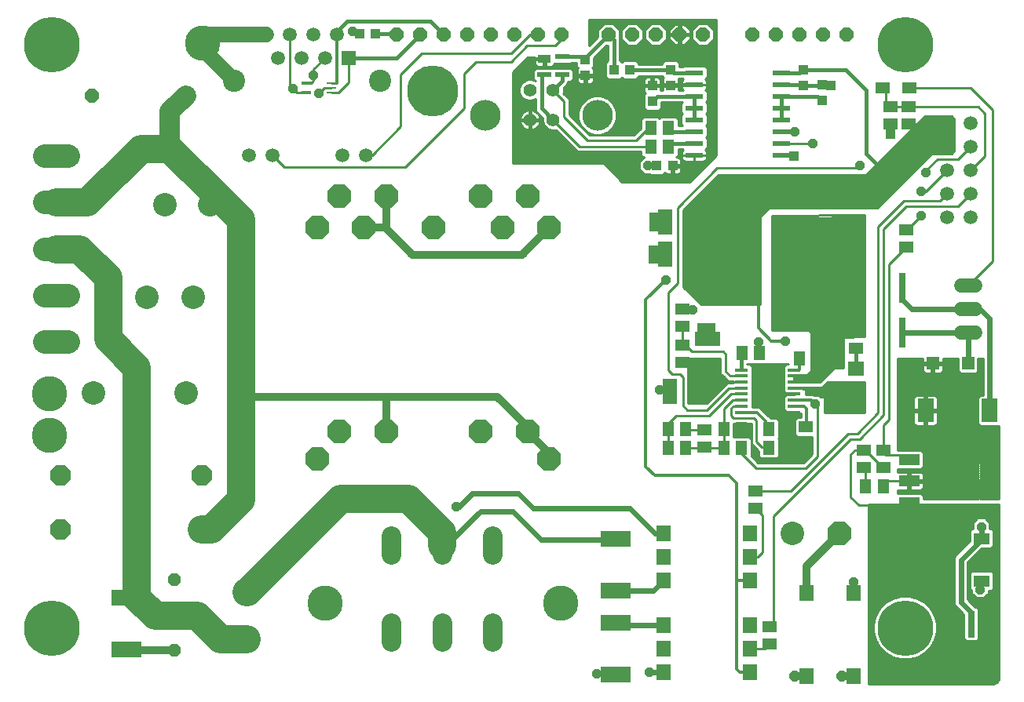
<source format=gtl>
G75*
G70*
%OFA0B0*%
%FSLAX24Y24*%
%IPPOS*%
%LPD*%
%AMOC8*
5,1,8,0,0,1.08239X$1,22.5*
%
%ADD10C,0.1000*%
%ADD11OC8,0.1000*%
%ADD12R,0.0591X0.0669*%
%ADD13R,0.0512X0.0591*%
%ADD14R,0.0591X0.0512*%
%ADD15R,0.0551X0.0551*%
%ADD16R,0.0560X0.0140*%
%ADD17R,0.1180X0.1180*%
%ADD18R,0.1063X0.0630*%
%ADD19R,0.1969X0.2165*%
%ADD20R,0.0630X0.1063*%
%ADD21C,0.1000*%
%ADD22OC8,0.0885*%
%ADD23R,0.0710X0.0630*%
%ADD24C,0.0825*%
%ADD25R,0.1260X0.0709*%
%ADD26OC8,0.0560*%
%ADD27OC8,0.0760*%
%ADD28C,0.1502*%
%ADD29R,0.0598X0.0701*%
%ADD30R,0.0709X0.0984*%
%ADD31C,0.0594*%
%ADD32C,0.0594*%
%ADD33R,0.0880X0.0480*%
%ADD34R,0.0866X0.1417*%
%ADD35C,0.0560*%
%ADD36C,0.1306*%
%ADD37OC8,0.0594*%
%ADD38R,0.0594X0.0594*%
%ADD39C,0.0945*%
%ADD40R,0.0394X0.0433*%
%ADD41R,0.0300X0.1280*%
%ADD42R,0.0440X0.0100*%
%ADD43R,0.0440X0.0120*%
%ADD44R,0.0520X0.0370*%
%ADD45R,0.0620X0.0220*%
%ADD46OC8,0.0600*%
%ADD47R,0.2244X0.2165*%
%ADD48R,0.0669X0.0512*%
%ADD49R,0.0780X0.0220*%
%ADD50R,0.0591X0.0472*%
%ADD51R,0.0300X0.1130*%
%ADD52OC8,0.0396*%
%ADD53R,0.0396X0.0396*%
%ADD54C,0.0120*%
%ADD55C,0.0100*%
%ADD56C,0.0160*%
%ADD57C,0.0320*%
%ADD58C,0.0140*%
%ADD59C,0.2362*%
%ADD60C,0.1500*%
%ADD61C,0.0660*%
%ADD62C,0.0240*%
%ADD63OC8,0.0436*%
%ADD64C,0.2165*%
%ADD65C,0.1200*%
%ADD66C,0.0860*%
D10*
X009384Y017787D03*
X013321Y017787D03*
X013622Y021853D03*
X011672Y021853D03*
X012420Y025790D03*
X014370Y025790D03*
X039047Y011812D03*
D11*
X041047Y011812D03*
X028742Y014976D03*
X027821Y016147D03*
X025821Y016147D03*
X021821Y016147D03*
X019821Y016147D03*
X018900Y014976D03*
X018900Y024818D03*
X019821Y026147D03*
X020868Y024818D03*
X021821Y026147D03*
X023821Y024818D03*
X025821Y026147D03*
X026774Y024818D03*
X027821Y026147D03*
X028742Y024818D03*
D12*
X039667Y009294D03*
X041675Y009294D03*
X041675Y005750D03*
X039667Y005750D03*
D13*
X042172Y013822D03*
X042920Y013822D03*
X038820Y015472D03*
X038072Y015472D03*
X038072Y016247D03*
X038820Y016247D03*
X036895Y016247D03*
X036147Y016247D03*
X036147Y015472D03*
X036895Y015472D03*
X034545Y015472D03*
X033797Y015472D03*
X033797Y016247D03*
X034545Y016247D03*
X036922Y019497D03*
X037670Y019497D03*
X039347Y019272D03*
X040095Y019272D03*
X033795Y028272D03*
X033047Y028272D03*
X033047Y029047D03*
X033795Y029047D03*
D14*
X043221Y029223D03*
X043996Y029223D03*
X043996Y029971D03*
X043221Y029971D03*
X043896Y024721D03*
X043896Y023973D03*
X041771Y020446D03*
X041771Y019698D03*
X039621Y016346D03*
X039621Y015598D03*
X042096Y015371D03*
X042096Y014623D03*
X042921Y014623D03*
X042921Y015371D03*
X037496Y013621D03*
X037496Y012873D03*
X035346Y015483D03*
X035346Y016231D03*
X034396Y019073D03*
X034396Y019821D03*
X034396Y020623D03*
X034396Y021371D03*
X038096Y007871D03*
X038096Y007123D03*
D15*
X040896Y017824D03*
X040896Y019320D03*
X045023Y019047D03*
X046519Y019047D03*
D16*
X039141Y018772D03*
X039141Y018512D03*
X039141Y018252D03*
X039141Y018002D03*
X039141Y017742D03*
X039141Y017492D03*
X039141Y017232D03*
X039141Y016972D03*
X036901Y016972D03*
X036901Y017232D03*
X036901Y017492D03*
X036901Y017742D03*
X036901Y018002D03*
X036901Y018252D03*
X036901Y018512D03*
X036901Y018772D03*
D17*
X038021Y017872D03*
D18*
X035471Y018971D03*
X035471Y020073D03*
D19*
X036773Y022597D03*
X040119Y022597D03*
D20*
X034772Y023697D03*
X033670Y023697D03*
X033670Y025072D03*
X034772Y025072D03*
X034972Y017847D03*
X033870Y017847D03*
D21*
X014684Y026134D02*
X014345Y025796D01*
X014370Y025790D01*
X008328Y025874D02*
X007328Y025874D01*
X007328Y023906D02*
X008328Y023906D01*
X008328Y021937D02*
X007328Y021937D01*
X007328Y019969D02*
X008328Y019969D01*
X008328Y027843D02*
X007328Y027843D01*
D22*
X008006Y014292D03*
X008006Y011986D03*
X014006Y011986D03*
X014006Y014292D03*
D23*
X041771Y017712D03*
X041771Y018832D03*
D24*
X026346Y011734D02*
X026346Y010909D01*
X024196Y010909D02*
X024196Y011734D01*
X022046Y011734D02*
X022046Y010909D01*
X022046Y008034D02*
X022046Y007209D01*
X024196Y007209D02*
X024196Y008034D01*
X026346Y008034D02*
X026346Y007209D01*
D25*
X031571Y008024D03*
X031571Y009394D03*
X031571Y011599D03*
X031571Y005819D03*
X010796Y006894D03*
X010796Y009099D03*
D26*
X012821Y009847D03*
X012821Y006847D03*
D27*
X015896Y007322D03*
X015896Y009322D03*
D28*
X019221Y008847D03*
X029221Y008847D03*
D29*
X033592Y007922D03*
X033592Y006922D03*
X033592Y005922D03*
X037250Y005922D03*
X037250Y006922D03*
X037250Y007922D03*
X037250Y009822D03*
X037250Y010822D03*
X037250Y011822D03*
X033592Y011822D03*
X033592Y010822D03*
X033592Y009822D03*
D30*
X044713Y017047D03*
X047429Y017047D03*
D31*
X046818Y020347D02*
X046224Y020347D01*
X046224Y021347D02*
X046818Y021347D01*
X046818Y022347D02*
X046224Y022347D01*
D32*
X046640Y025259D03*
X045640Y025259D03*
X045640Y026259D03*
X046640Y026259D03*
X046640Y027259D03*
X045640Y027259D03*
X045640Y028259D03*
X046640Y028259D03*
X046640Y029259D03*
X045640Y029259D03*
X020966Y027903D03*
X019966Y027903D03*
X016986Y027903D03*
X015986Y027903D03*
X017226Y032021D03*
X018226Y032021D03*
X019226Y032021D03*
X019726Y033021D03*
X018726Y033021D03*
X017726Y033021D03*
X016726Y033021D03*
D33*
X044026Y014957D03*
X044026Y014047D03*
X044026Y013137D03*
D34*
X046466Y014047D03*
D35*
X028904Y029398D03*
X027920Y029398D03*
X027920Y030658D03*
X028904Y030658D03*
D36*
X030782Y029595D03*
X026042Y029595D03*
D37*
X026271Y033022D03*
X025271Y033022D03*
X024271Y033022D03*
X023271Y033022D03*
X022271Y033022D03*
X027271Y033022D03*
X028271Y033022D03*
X029271Y033022D03*
X031271Y033022D03*
X032271Y033022D03*
X033271Y033022D03*
X034271Y033022D03*
X035271Y033022D03*
X037371Y033022D03*
X038371Y033022D03*
X039371Y033022D03*
X040371Y033022D03*
X041371Y033022D03*
D38*
X020226Y032021D03*
D39*
X021576Y031052D03*
X015375Y031052D03*
D40*
X020686Y033072D03*
X021356Y033072D03*
X030271Y031956D03*
X030271Y031287D03*
X031486Y031522D03*
X032156Y031522D03*
X033121Y030856D03*
X033896Y030862D03*
X033896Y031531D03*
X033121Y030187D03*
X033311Y027447D03*
X033981Y027447D03*
X039546Y030862D03*
X039546Y031531D03*
X040321Y030881D03*
X040321Y030212D03*
D41*
X043721Y022247D03*
X043721Y020347D03*
D42*
X019511Y030547D03*
X019511Y030747D03*
X019511Y030947D03*
D43*
X018431Y030947D03*
X018431Y030547D03*
D44*
X028546Y031997D03*
D45*
X028546Y031317D03*
X029296Y031317D03*
X029296Y032077D03*
D46*
X013321Y030422D03*
X009321Y030422D03*
D47*
X044572Y010697D03*
D48*
X047108Y011596D03*
X047108Y009797D03*
D49*
X038596Y027897D03*
X038596Y028397D03*
X038596Y028897D03*
X038596Y029397D03*
X038596Y029897D03*
X038596Y030397D03*
X038596Y030897D03*
X038596Y031397D03*
X034896Y031397D03*
X034896Y030897D03*
X034896Y030397D03*
X034896Y029897D03*
X034896Y029397D03*
X034896Y028897D03*
X034896Y028397D03*
X034896Y027897D03*
D50*
X042900Y030747D03*
X044042Y030747D03*
D51*
X046671Y007952D03*
X046671Y006392D03*
D52*
X047046Y009422D03*
X047096Y012097D03*
X041671Y009747D03*
X032996Y005922D03*
X030771Y005872D03*
X024796Y012972D03*
X033446Y017922D03*
X037621Y019972D03*
X038771Y019997D03*
X040046Y017322D03*
X034846Y021322D03*
X034596Y022597D03*
X033696Y022597D03*
X032921Y027447D03*
X039171Y028897D03*
X039921Y028397D03*
X041946Y027447D03*
X044546Y026347D03*
X044746Y027147D03*
X044546Y025322D03*
X020396Y033172D03*
X018746Y031297D03*
X017871Y030722D03*
X018971Y030522D03*
D53*
X033196Y025247D03*
X033196Y024872D03*
X033171Y023872D03*
X033171Y023497D03*
X035221Y020572D03*
X035596Y020572D03*
X037551Y018472D03*
X038021Y018472D03*
X038491Y018472D03*
X038491Y017947D03*
X038016Y017947D03*
X037541Y017947D03*
X037546Y017422D03*
X038016Y017422D03*
X038491Y017422D03*
X041546Y021047D03*
X041546Y021647D03*
X041546Y022247D03*
X041546Y022847D03*
X041546Y023447D03*
X041546Y024047D03*
X041546Y024647D03*
X039121Y027872D03*
X040696Y030872D03*
X043221Y028797D03*
X043271Y011922D03*
X042871Y011922D03*
X042871Y011522D03*
X043271Y011522D03*
X043271Y011122D03*
X042871Y011122D03*
X042871Y010722D03*
X043271Y010722D03*
X043271Y010322D03*
X042871Y010322D03*
X042871Y009922D03*
X043271Y009922D03*
D54*
X043359Y009076D02*
X042321Y009076D01*
X042321Y009194D02*
X045921Y009194D01*
X045921Y009076D02*
X044374Y009076D01*
X044392Y009071D02*
X044046Y009164D01*
X043687Y009164D01*
X043341Y009071D01*
X043031Y008892D01*
X042777Y008638D01*
X042598Y008328D01*
X042505Y007982D01*
X042505Y007624D01*
X042598Y007277D01*
X042777Y006967D01*
X043031Y006714D01*
X043341Y006534D01*
X043687Y006442D01*
X044046Y006442D01*
X044392Y006534D01*
X044702Y006714D01*
X044956Y006967D01*
X045135Y007277D01*
X045228Y007624D01*
X045228Y007982D01*
X045135Y008328D01*
X044956Y008638D01*
X044702Y008892D01*
X044392Y009071D01*
X044589Y008957D02*
X045921Y008957D01*
X045921Y008839D02*
X044755Y008839D01*
X044874Y008720D02*
X045973Y008720D01*
X045967Y008727D02*
X046051Y008643D01*
X046341Y008353D01*
X046341Y007312D01*
X046447Y007207D01*
X046896Y007207D01*
X047001Y007312D01*
X047001Y008591D01*
X046896Y008697D01*
X046845Y008697D01*
X046521Y009021D01*
X046521Y010573D01*
X047109Y011161D01*
X047517Y011161D01*
X047622Y011266D01*
X047622Y011927D01*
X047517Y012032D01*
X047474Y012032D01*
X047474Y012253D01*
X047253Y012475D01*
X046940Y012475D01*
X046718Y012253D01*
X046718Y012032D01*
X046698Y012032D01*
X046593Y011927D01*
X046593Y011493D01*
X045967Y010867D01*
X045921Y010757D01*
X045921Y008837D01*
X045967Y008727D01*
X046092Y008602D02*
X044977Y008602D01*
X045045Y008483D02*
X046210Y008483D01*
X046329Y008365D02*
X045114Y008365D01*
X045157Y008246D02*
X046341Y008246D01*
X046341Y008128D02*
X045188Y008128D01*
X045220Y008009D02*
X046341Y008009D01*
X046341Y007891D02*
X045228Y007891D01*
X045228Y007772D02*
X046341Y007772D01*
X046341Y007654D02*
X045228Y007654D01*
X045204Y007535D02*
X046341Y007535D01*
X046341Y007417D02*
X045172Y007417D01*
X045140Y007298D02*
X046355Y007298D01*
X046987Y007298D02*
X047817Y007298D01*
X047817Y007180D02*
X045078Y007180D01*
X045010Y007061D02*
X047817Y007061D01*
X047817Y006943D02*
X044931Y006943D01*
X044813Y006824D02*
X047817Y006824D01*
X047817Y006706D02*
X044689Y006706D01*
X044483Y006587D02*
X047817Y006587D01*
X047817Y006469D02*
X044147Y006469D01*
X043586Y006469D02*
X042321Y006469D01*
X042321Y006587D02*
X043249Y006587D01*
X043044Y006706D02*
X042321Y006706D01*
X042321Y006824D02*
X042920Y006824D01*
X042801Y006943D02*
X042321Y006943D01*
X042321Y007061D02*
X042723Y007061D01*
X042654Y007180D02*
X042321Y007180D01*
X042321Y007298D02*
X042592Y007298D01*
X042561Y007417D02*
X042321Y007417D01*
X042321Y007535D02*
X042529Y007535D01*
X042505Y007654D02*
X042321Y007654D01*
X042321Y007772D02*
X042505Y007772D01*
X042505Y007891D02*
X042321Y007891D01*
X042321Y008009D02*
X042513Y008009D01*
X042544Y008128D02*
X042321Y008128D01*
X042321Y008246D02*
X042576Y008246D01*
X042619Y008365D02*
X042321Y008365D01*
X042321Y008483D02*
X042688Y008483D01*
X042756Y008602D02*
X042321Y008602D01*
X042321Y008720D02*
X042859Y008720D01*
X042978Y008839D02*
X042321Y008839D01*
X042321Y008957D02*
X043144Y008957D01*
X042321Y009313D02*
X045921Y009313D01*
X045921Y009431D02*
X042321Y009431D01*
X042321Y009550D02*
X045921Y009550D01*
X045921Y009668D02*
X042321Y009668D01*
X042321Y009787D02*
X045921Y009787D01*
X045921Y009905D02*
X042321Y009905D01*
X042321Y010024D02*
X045921Y010024D01*
X045921Y010142D02*
X042321Y010142D01*
X042321Y010261D02*
X045921Y010261D01*
X045921Y010379D02*
X042321Y010379D01*
X042321Y010498D02*
X045921Y010498D01*
X045921Y010616D02*
X042321Y010616D01*
X042321Y010735D02*
X045921Y010735D01*
X045961Y010853D02*
X042321Y010853D01*
X042321Y010972D02*
X046072Y010972D01*
X046190Y011090D02*
X042321Y011090D01*
X042321Y011209D02*
X046309Y011209D01*
X046427Y011327D02*
X042321Y011327D01*
X042321Y011446D02*
X046546Y011446D01*
X046593Y011564D02*
X042321Y011564D01*
X042321Y011683D02*
X046593Y011683D01*
X046593Y011801D02*
X042321Y011801D01*
X042321Y011920D02*
X046593Y011920D01*
X046718Y012038D02*
X042321Y012038D01*
X042321Y012157D02*
X046718Y012157D01*
X046740Y012275D02*
X042321Y012275D01*
X042321Y012394D02*
X046858Y012394D01*
X047334Y012394D02*
X047817Y012394D01*
X047817Y012512D02*
X042321Y012512D01*
X042321Y012631D02*
X047817Y012631D01*
X047817Y012749D02*
X042321Y012749D01*
X042321Y012868D02*
X047817Y012868D01*
X047817Y012986D02*
X042321Y012986D01*
X042321Y013022D02*
X042321Y005427D01*
X047607Y005427D01*
X047640Y005429D01*
X047702Y005450D01*
X047756Y005488D01*
X047794Y005542D01*
X047815Y005604D01*
X047817Y005637D01*
X047817Y013022D01*
X042321Y013022D01*
X046521Y010498D02*
X047817Y010498D01*
X047817Y010616D02*
X046565Y010616D01*
X046683Y010735D02*
X047817Y010735D01*
X047817Y010853D02*
X046802Y010853D01*
X046920Y010972D02*
X047817Y010972D01*
X047817Y011090D02*
X047039Y011090D01*
X047565Y011209D02*
X047817Y011209D01*
X047817Y011327D02*
X047622Y011327D01*
X047622Y011446D02*
X047817Y011446D01*
X047817Y011564D02*
X047622Y011564D01*
X047622Y011683D02*
X047817Y011683D01*
X047817Y011801D02*
X047622Y011801D01*
X047622Y011920D02*
X047817Y011920D01*
X047817Y012038D02*
X047474Y012038D01*
X047474Y012157D02*
X047817Y012157D01*
X047817Y012275D02*
X047452Y012275D01*
X047817Y010379D02*
X046521Y010379D01*
X046521Y010261D02*
X047817Y010261D01*
X047817Y010142D02*
X047608Y010142D01*
X047622Y010128D02*
X047517Y010233D01*
X046698Y010233D01*
X046593Y010128D01*
X046593Y009467D01*
X046668Y009392D01*
X046668Y009265D01*
X046890Y009044D01*
X047203Y009044D01*
X047424Y009265D01*
X047424Y009361D01*
X047517Y009361D01*
X047622Y009467D01*
X047622Y010128D01*
X047622Y010024D02*
X047817Y010024D01*
X047817Y009905D02*
X047622Y009905D01*
X047622Y009787D02*
X047817Y009787D01*
X047817Y009668D02*
X047622Y009668D01*
X047622Y009550D02*
X047817Y009550D01*
X047817Y009431D02*
X047587Y009431D01*
X047424Y009313D02*
X047817Y009313D01*
X047817Y009194D02*
X047353Y009194D01*
X047235Y009076D02*
X047817Y009076D01*
X047817Y008957D02*
X046585Y008957D01*
X046521Y009076D02*
X046857Y009076D01*
X046739Y009194D02*
X046521Y009194D01*
X046521Y009313D02*
X046668Y009313D01*
X046628Y009431D02*
X046521Y009431D01*
X046521Y009550D02*
X046593Y009550D01*
X046593Y009668D02*
X046521Y009668D01*
X046521Y009787D02*
X046593Y009787D01*
X046593Y009905D02*
X046521Y009905D01*
X046521Y010024D02*
X046593Y010024D01*
X046608Y010142D02*
X046521Y010142D01*
X046703Y008839D02*
X047817Y008839D01*
X047817Y008720D02*
X046822Y008720D01*
X046991Y008602D02*
X047817Y008602D01*
X047817Y008483D02*
X047001Y008483D01*
X047001Y008365D02*
X047817Y008365D01*
X047817Y008246D02*
X047001Y008246D01*
X047001Y008128D02*
X047817Y008128D01*
X047817Y008009D02*
X047001Y008009D01*
X047001Y007891D02*
X047817Y007891D01*
X047817Y007772D02*
X047001Y007772D01*
X047001Y007654D02*
X047817Y007654D01*
X047817Y007535D02*
X047001Y007535D01*
X047001Y007417D02*
X047817Y007417D01*
X047817Y006350D02*
X042321Y006350D01*
X042321Y006232D02*
X047817Y006232D01*
X047817Y006113D02*
X042321Y006113D01*
X042321Y005995D02*
X047817Y005995D01*
X047817Y005876D02*
X042321Y005876D01*
X042321Y005758D02*
X047817Y005758D01*
X047817Y005639D02*
X042321Y005639D01*
X042321Y005521D02*
X047779Y005521D01*
X037246Y005922D02*
X036846Y005922D01*
X036696Y006072D01*
X036696Y009822D01*
X037250Y009822D01*
X036696Y009822D02*
X036696Y013972D01*
X036371Y014297D01*
X033221Y014297D01*
X032846Y014672D01*
X032846Y021747D01*
X033696Y022597D01*
X034521Y022597D02*
X034596Y022597D01*
X033495Y023497D02*
X033171Y023497D01*
X033495Y023497D02*
X033670Y023697D01*
X033470Y024872D02*
X033196Y024872D01*
X033470Y024872D02*
X033670Y025072D01*
X036171Y023547D02*
X036196Y023572D01*
X036196Y023372D01*
X036746Y022822D01*
X036771Y022847D01*
X036773Y022597D01*
X036771Y022772D02*
X037621Y021922D01*
X037621Y020547D01*
X038171Y019997D01*
X038771Y019997D01*
X037621Y019972D02*
X037670Y019497D01*
X039141Y018252D02*
X039701Y018252D01*
X039561Y017232D02*
X039141Y017232D01*
X039561Y017232D02*
X039671Y017122D01*
X039671Y016396D01*
X039621Y016346D01*
X037971Y016247D02*
X037946Y016272D01*
X037946Y016597D01*
X037571Y016972D01*
X036901Y016972D01*
X036771Y022797D02*
X036746Y022822D01*
X020686Y033072D02*
X020636Y033162D01*
X020396Y033172D01*
X019726Y033021D02*
X019721Y033016D01*
X019721Y030972D01*
D55*
X019696Y030947D01*
X019511Y030947D01*
X019511Y030747D02*
X019196Y030747D01*
X018971Y030522D01*
X018431Y030547D02*
X018046Y030547D01*
X017871Y030722D01*
X017726Y030867D01*
X017726Y033021D01*
X018746Y031541D02*
X019226Y032021D01*
X018746Y031541D02*
X018746Y031297D01*
X018746Y031047D01*
X018646Y030947D01*
X018431Y030947D01*
X019511Y030547D02*
X019796Y030547D01*
X020226Y030977D01*
X020226Y032021D01*
X022446Y031322D02*
X022446Y029122D01*
X021227Y027903D01*
X020966Y027903D01*
X022646Y027397D02*
X025146Y029897D01*
X025146Y031372D01*
X025646Y031872D01*
X027121Y031872D01*
X027796Y032547D01*
X028996Y032547D01*
X029271Y032822D01*
X029271Y033022D01*
X028271Y033022D02*
X027946Y033022D01*
X027146Y032222D01*
X023346Y032222D01*
X022446Y031322D01*
X027196Y031346D02*
X028066Y031346D01*
X028066Y031248D02*
X027196Y031248D01*
X027196Y031149D02*
X028066Y031149D01*
X028066Y031136D02*
X028155Y031047D01*
X028009Y031108D01*
X027830Y031108D01*
X027665Y031039D01*
X027538Y030913D01*
X027470Y030747D01*
X027470Y030568D01*
X027538Y030403D01*
X027665Y030276D01*
X027830Y030208D01*
X028009Y030208D01*
X028171Y030275D01*
X028171Y029831D01*
X028209Y029739D01*
X028456Y029492D01*
X028454Y029488D01*
X028454Y029309D01*
X028523Y029143D01*
X028649Y029017D01*
X028814Y028948D01*
X028994Y028948D01*
X029028Y028962D01*
X029810Y028181D01*
X029810Y028181D01*
X029939Y028052D01*
X032621Y028052D01*
X032621Y027906D01*
X032721Y027807D01*
X032760Y027807D01*
X032553Y027599D01*
X032553Y027294D01*
X032769Y027079D01*
X033026Y027079D01*
X033044Y027060D01*
X033579Y027060D01*
X033661Y027143D01*
X033664Y027138D01*
X033692Y027110D01*
X033726Y027091D01*
X033764Y027080D01*
X033932Y027080D01*
X033932Y027398D01*
X034029Y027398D01*
X034029Y027080D01*
X034197Y027080D01*
X034236Y027091D01*
X034270Y027110D01*
X034298Y027138D01*
X034317Y027172D01*
X034328Y027211D01*
X034328Y027398D01*
X034029Y027398D01*
X034029Y027495D01*
X034328Y027495D01*
X034328Y027683D01*
X034317Y027721D01*
X034298Y027755D01*
X034270Y027783D01*
X034236Y027803D01*
X034197Y027813D01*
X034128Y027813D01*
X034221Y027906D01*
X034221Y028147D01*
X034406Y028147D01*
X034421Y028131D01*
X034414Y028127D01*
X034386Y028099D01*
X034366Y028065D01*
X034356Y028027D01*
X034356Y027902D01*
X034891Y027902D01*
X034891Y027892D01*
X034356Y027892D01*
X034356Y027767D01*
X034366Y027729D01*
X034386Y027695D01*
X034414Y027667D01*
X034448Y027647D01*
X034486Y027637D01*
X034891Y027637D01*
X034891Y027892D01*
X034901Y027892D01*
X034901Y027902D01*
X035436Y027902D01*
X035436Y028027D01*
X035426Y028065D01*
X035406Y028099D01*
X035378Y028127D01*
X035371Y028131D01*
X035456Y028216D01*
X035456Y028577D01*
X035387Y028647D01*
X035456Y028716D01*
X035456Y029077D01*
X035387Y029147D01*
X035456Y029216D01*
X035456Y029577D01*
X035387Y029647D01*
X035456Y029716D01*
X035456Y030077D01*
X035387Y030147D01*
X035456Y030216D01*
X035456Y030577D01*
X035371Y030663D01*
X035378Y030667D01*
X035406Y030695D01*
X035426Y030729D01*
X035436Y030767D01*
X035436Y030892D01*
X034901Y030892D01*
X034901Y030902D01*
X035436Y030902D01*
X035436Y031027D01*
X035426Y031065D01*
X035406Y031099D01*
X035378Y031127D01*
X035371Y031131D01*
X035456Y031216D01*
X035456Y031577D01*
X035357Y031677D01*
X034436Y031677D01*
X034406Y031647D01*
X034263Y031647D01*
X034263Y031818D01*
X034163Y031918D01*
X033629Y031918D01*
X033529Y031818D01*
X033529Y031772D01*
X032523Y031772D01*
X032523Y031809D01*
X032423Y031908D01*
X031889Y031908D01*
X031821Y031841D01*
X031754Y031908D01*
X031736Y031908D01*
X031736Y032827D01*
X031738Y032828D01*
X031738Y033215D01*
X031465Y033489D01*
X031078Y033489D01*
X030804Y033215D01*
X030804Y032909D01*
X030446Y032550D01*
X030446Y033672D01*
X035821Y033672D01*
X035821Y027897D01*
X034696Y026772D01*
X031846Y026772D01*
X031071Y027547D01*
X027196Y027547D01*
X027196Y031422D01*
X027821Y032047D01*
X028136Y032047D01*
X028136Y032039D01*
X028504Y032039D01*
X028504Y031954D01*
X028589Y031954D01*
X028589Y031662D01*
X028826Y031662D01*
X028864Y031672D01*
X028898Y031692D01*
X028926Y031720D01*
X028946Y031754D01*
X028956Y031792D01*
X028956Y031797D01*
X029677Y031797D01*
X029707Y031827D01*
X029904Y031827D01*
X029904Y031670D01*
X029966Y031608D01*
X029954Y031596D01*
X029935Y031562D01*
X029924Y031523D01*
X029924Y031336D01*
X030223Y031336D01*
X030223Y031239D01*
X030320Y031239D01*
X030320Y031336D01*
X030618Y031336D01*
X030618Y031523D01*
X030608Y031562D01*
X030588Y031596D01*
X030576Y031608D01*
X030638Y031670D01*
X030638Y032035D01*
X031158Y032555D01*
X031236Y032555D01*
X031236Y031908D01*
X031219Y031908D01*
X031120Y031809D01*
X031120Y031235D01*
X031219Y031135D01*
X031754Y031135D01*
X031821Y031203D01*
X031889Y031135D01*
X032423Y031135D01*
X032523Y031235D01*
X032523Y031272D01*
X033529Y031272D01*
X033529Y031245D01*
X033591Y031183D01*
X033579Y031171D01*
X033560Y031137D01*
X033549Y031098D01*
X033549Y030911D01*
X033848Y030911D01*
X033848Y030814D01*
X033549Y030814D01*
X033549Y030647D01*
X033468Y030647D01*
X033468Y030808D01*
X033170Y030808D01*
X033170Y030905D01*
X033468Y030905D01*
X033468Y031093D01*
X033458Y031131D01*
X033438Y031165D01*
X033410Y031193D01*
X033376Y031213D01*
X033338Y031223D01*
X033170Y031223D01*
X033170Y030905D01*
X033073Y030905D01*
X033073Y031223D01*
X032905Y031223D01*
X032866Y031213D01*
X032832Y031193D01*
X032804Y031165D01*
X032785Y031131D01*
X032774Y031093D01*
X032774Y030905D01*
X033073Y030905D01*
X033073Y030808D01*
X032774Y030808D01*
X032774Y030620D01*
X032785Y030582D01*
X032804Y030548D01*
X032816Y030536D01*
X032754Y030474D01*
X032754Y029900D01*
X032854Y029801D01*
X033388Y029801D01*
X033488Y029900D01*
X033488Y030147D01*
X034406Y030147D01*
X034336Y030077D01*
X034336Y029716D01*
X034406Y029647D01*
X034336Y029577D01*
X034336Y029216D01*
X034406Y029147D01*
X034406Y029147D01*
X034221Y029147D01*
X034221Y029413D01*
X034121Y029512D01*
X033469Y029512D01*
X033421Y029464D01*
X033373Y029512D01*
X032721Y029512D01*
X032621Y029413D01*
X032621Y029033D01*
X032330Y028742D01*
X030462Y028742D01*
X029591Y029613D01*
X029591Y030282D01*
X029340Y030533D01*
X029354Y030568D01*
X029354Y030747D01*
X029352Y030752D01*
X029508Y030908D01*
X029546Y031000D01*
X029546Y031037D01*
X029677Y031037D01*
X029776Y031136D01*
X029776Y031497D01*
X029677Y031597D01*
X028166Y031597D01*
X028066Y031497D01*
X028066Y031136D01*
X028147Y031051D02*
X028152Y031051D01*
X028066Y031445D02*
X027219Y031445D01*
X027318Y031543D02*
X028112Y031543D01*
X028194Y031692D02*
X028228Y031672D01*
X028266Y031662D01*
X028504Y031662D01*
X028504Y031954D01*
X028136Y031954D01*
X028136Y031792D01*
X028146Y031754D01*
X028166Y031720D01*
X028194Y031692D01*
X028154Y031740D02*
X027515Y031740D01*
X027416Y031642D02*
X029932Y031642D01*
X029930Y031543D02*
X029730Y031543D01*
X029776Y031445D02*
X029924Y031445D01*
X029924Y031346D02*
X029776Y031346D01*
X029776Y031248D02*
X030223Y031248D01*
X030223Y031239D02*
X029924Y031239D01*
X029924Y031051D01*
X029935Y031013D01*
X029954Y030979D01*
X029982Y030951D01*
X030016Y030931D01*
X030055Y030921D01*
X030223Y030921D01*
X030223Y031239D01*
X030223Y031149D02*
X030320Y031149D01*
X030320Y031239D02*
X030320Y030921D01*
X030488Y030921D01*
X030526Y030931D01*
X030560Y030951D01*
X030588Y030979D01*
X030608Y031013D01*
X030618Y031051D01*
X030618Y031239D01*
X030320Y031239D01*
X030320Y031248D02*
X031120Y031248D01*
X031120Y031346D02*
X030618Y031346D01*
X030618Y031445D02*
X031120Y031445D01*
X031120Y031543D02*
X030613Y031543D01*
X030610Y031642D02*
X031120Y031642D01*
X031120Y031740D02*
X030638Y031740D01*
X030638Y031839D02*
X031150Y031839D01*
X031236Y031937D02*
X030638Y031937D01*
X030639Y032036D02*
X031236Y032036D01*
X031236Y032134D02*
X030737Y032134D01*
X030836Y032233D02*
X031236Y032233D01*
X031236Y032331D02*
X030934Y032331D01*
X031033Y032430D02*
X031236Y032430D01*
X031236Y032528D02*
X031131Y032528D01*
X030720Y032824D02*
X030446Y032824D01*
X030446Y032922D02*
X030804Y032922D01*
X030804Y033021D02*
X030446Y033021D01*
X030446Y033119D02*
X030804Y033119D01*
X030807Y033218D02*
X030446Y033218D01*
X030446Y033316D02*
X030905Y033316D01*
X031004Y033415D02*
X030446Y033415D01*
X030446Y033513D02*
X035821Y033513D01*
X035821Y033415D02*
X035538Y033415D01*
X035465Y033489D02*
X035078Y033489D01*
X034804Y033215D01*
X034804Y032828D01*
X035078Y032555D01*
X035465Y032555D01*
X035738Y032828D01*
X035738Y033215D01*
X035465Y033489D01*
X035637Y033316D02*
X035821Y033316D01*
X035821Y033218D02*
X035735Y033218D01*
X035738Y033119D02*
X035821Y033119D01*
X035821Y033021D02*
X035738Y033021D01*
X035738Y032922D02*
X035821Y032922D01*
X035821Y032824D02*
X035733Y032824D01*
X035821Y032725D02*
X035635Y032725D01*
X035536Y032627D02*
X035821Y032627D01*
X035821Y032528D02*
X031736Y032528D01*
X031736Y032430D02*
X035821Y032430D01*
X035821Y032331D02*
X031736Y032331D01*
X031736Y032233D02*
X035821Y032233D01*
X035821Y032134D02*
X031736Y032134D01*
X031736Y032036D02*
X035821Y032036D01*
X035821Y031937D02*
X031736Y031937D01*
X032078Y032555D02*
X032465Y032555D01*
X032738Y032828D01*
X032738Y033215D01*
X032465Y033489D01*
X032078Y033489D01*
X031804Y033215D01*
X031804Y032828D01*
X032078Y032555D01*
X032006Y032627D02*
X031736Y032627D01*
X031736Y032725D02*
X031907Y032725D01*
X031809Y032824D02*
X031736Y032824D01*
X031738Y032922D02*
X031804Y032922D01*
X031804Y033021D02*
X031738Y033021D01*
X031738Y033119D02*
X031804Y033119D01*
X031807Y033218D02*
X031735Y033218D01*
X031637Y033316D02*
X031905Y033316D01*
X032004Y033415D02*
X031538Y033415D01*
X032538Y033415D02*
X033004Y033415D01*
X033078Y033489D02*
X032804Y033215D01*
X032804Y032828D01*
X033078Y032555D01*
X033465Y032555D01*
X033738Y032828D01*
X033738Y033215D01*
X033465Y033489D01*
X033078Y033489D01*
X032905Y033316D02*
X032637Y033316D01*
X032735Y033218D02*
X032807Y033218D01*
X032804Y033119D02*
X032738Y033119D01*
X032738Y033021D02*
X032804Y033021D01*
X032804Y032922D02*
X032738Y032922D01*
X032733Y032824D02*
X032809Y032824D01*
X032907Y032725D02*
X032635Y032725D01*
X032536Y032627D02*
X033006Y032627D01*
X033536Y032627D02*
X034034Y032627D01*
X034086Y032575D02*
X034223Y032575D01*
X034223Y032973D01*
X034320Y032973D01*
X034320Y033070D01*
X034718Y033070D01*
X034718Y033207D01*
X034456Y033469D01*
X034320Y033469D01*
X034320Y033070D01*
X034223Y033070D01*
X034223Y032973D01*
X033824Y032973D01*
X033824Y032837D01*
X034086Y032575D01*
X034223Y032627D02*
X034320Y032627D01*
X034320Y032575D02*
X034456Y032575D01*
X034718Y032837D01*
X034718Y032973D01*
X034320Y032973D01*
X034320Y032575D01*
X034320Y032725D02*
X034223Y032725D01*
X034223Y032824D02*
X034320Y032824D01*
X034320Y032922D02*
X034223Y032922D01*
X034223Y033021D02*
X033738Y033021D01*
X033738Y033119D02*
X033824Y033119D01*
X033824Y033070D02*
X034223Y033070D01*
X034223Y033469D01*
X034086Y033469D01*
X033824Y033207D01*
X033824Y033070D01*
X033824Y032922D02*
X033738Y032922D01*
X033733Y032824D02*
X033837Y032824D01*
X033936Y032725D02*
X033635Y032725D01*
X033735Y033218D02*
X033835Y033218D01*
X033934Y033316D02*
X033637Y033316D01*
X033538Y033415D02*
X034032Y033415D01*
X034223Y033415D02*
X034320Y033415D01*
X034320Y033316D02*
X034223Y033316D01*
X034223Y033218D02*
X034320Y033218D01*
X034320Y033119D02*
X034223Y033119D01*
X034320Y033021D02*
X034804Y033021D01*
X034804Y033119D02*
X034718Y033119D01*
X034707Y033218D02*
X034807Y033218D01*
X034905Y033316D02*
X034608Y033316D01*
X034510Y033415D02*
X035004Y033415D01*
X035821Y033612D02*
X030446Y033612D01*
X030446Y032725D02*
X030621Y032725D01*
X030523Y032627D02*
X030446Y032627D01*
X029904Y031740D02*
X028938Y031740D01*
X028589Y031740D02*
X028504Y031740D01*
X028504Y031839D02*
X028589Y031839D01*
X028589Y031937D02*
X028504Y031937D01*
X028504Y032036D02*
X027810Y032036D01*
X027712Y031937D02*
X028136Y031937D01*
X028136Y031839D02*
X027613Y031839D01*
X027693Y031051D02*
X027196Y031051D01*
X027196Y030952D02*
X027578Y030952D01*
X027514Y030854D02*
X027196Y030854D01*
X027196Y030755D02*
X027473Y030755D01*
X027470Y030657D02*
X027196Y030657D01*
X027196Y030558D02*
X027474Y030558D01*
X027515Y030460D02*
X027196Y030460D01*
X027196Y030361D02*
X027580Y030361D01*
X027697Y030263D02*
X027196Y030263D01*
X027196Y030164D02*
X028171Y030164D01*
X028171Y030066D02*
X027196Y030066D01*
X027196Y029967D02*
X028171Y029967D01*
X028171Y029869D02*
X027196Y029869D01*
X027196Y029770D02*
X027703Y029770D01*
X027694Y029766D02*
X027640Y029726D01*
X027592Y029678D01*
X027552Y029623D01*
X027521Y029563D01*
X027500Y029499D01*
X027491Y029437D01*
X027881Y029437D01*
X027881Y029827D01*
X027819Y029817D01*
X027755Y029797D01*
X027694Y029766D01*
X027587Y029672D02*
X027196Y029672D01*
X027196Y029573D02*
X027527Y029573D01*
X027497Y029475D02*
X027196Y029475D01*
X027196Y029376D02*
X027881Y029376D01*
X027881Y029359D02*
X027491Y029359D01*
X027500Y029297D01*
X027521Y029233D01*
X027552Y029173D01*
X027592Y029118D01*
X027640Y029070D01*
X027694Y029030D01*
X027755Y029000D01*
X027819Y028979D01*
X027881Y028969D01*
X027881Y029359D01*
X027958Y029359D01*
X027958Y028969D01*
X028020Y028979D01*
X028085Y029000D01*
X028145Y029030D01*
X028200Y029070D01*
X028248Y029118D01*
X028288Y029173D01*
X028318Y029233D01*
X028339Y029297D01*
X028349Y029359D01*
X027958Y029359D01*
X027958Y029437D01*
X027881Y029437D01*
X027881Y029359D01*
X027958Y029376D02*
X028454Y029376D01*
X028467Y029278D02*
X028333Y029278D01*
X028291Y029179D02*
X028507Y029179D01*
X028585Y029081D02*
X028211Y029081D01*
X028032Y028982D02*
X028731Y028982D01*
X029107Y028884D02*
X027196Y028884D01*
X027196Y028982D02*
X027807Y028982D01*
X027881Y028982D02*
X027958Y028982D01*
X027958Y029081D02*
X027881Y029081D01*
X027881Y029179D02*
X027958Y029179D01*
X027958Y029278D02*
X027881Y029278D01*
X027958Y029437D02*
X028349Y029437D01*
X028339Y029499D01*
X028318Y029563D01*
X028288Y029623D01*
X028248Y029678D01*
X028200Y029726D01*
X028145Y029766D01*
X028085Y029797D01*
X028020Y029817D01*
X027958Y029827D01*
X027958Y029437D01*
X027958Y029475D02*
X027881Y029475D01*
X027881Y029573D02*
X027958Y029573D01*
X027958Y029672D02*
X027881Y029672D01*
X027881Y029770D02*
X027958Y029770D01*
X028136Y029770D02*
X028196Y029770D01*
X028252Y029672D02*
X028277Y029672D01*
X028313Y029573D02*
X028375Y029573D01*
X028343Y029475D02*
X028454Y029475D01*
X028904Y029398D02*
X030030Y028272D01*
X033047Y028272D01*
X032621Y027997D02*
X027196Y027997D01*
X027196Y027899D02*
X032628Y027899D01*
X032754Y027800D02*
X027196Y027800D01*
X027196Y027702D02*
X032656Y027702D01*
X032557Y027603D02*
X027196Y027603D01*
X027196Y028096D02*
X029895Y028096D01*
X029796Y028194D02*
X027196Y028194D01*
X027196Y028293D02*
X029698Y028293D01*
X029599Y028391D02*
X027196Y028391D01*
X027196Y028490D02*
X029501Y028490D01*
X029402Y028588D02*
X027196Y028588D01*
X027196Y028687D02*
X029304Y028687D01*
X029205Y028785D02*
X027196Y028785D01*
X027196Y029081D02*
X027629Y029081D01*
X027549Y029179D02*
X027196Y029179D01*
X027196Y029278D02*
X027507Y029278D01*
X028142Y030263D02*
X028171Y030263D01*
X028904Y030658D02*
X029371Y030191D01*
X029371Y029522D01*
X030371Y028522D01*
X032421Y028522D01*
X032896Y028997D01*
X032896Y029047D01*
X033047Y029047D01*
X032621Y029081D02*
X031432Y029081D01*
X031479Y029129D02*
X031605Y029431D01*
X031605Y029759D01*
X031479Y030061D01*
X031248Y030292D01*
X030946Y030418D01*
X030618Y030418D01*
X030316Y030292D01*
X030084Y030061D01*
X029959Y029759D01*
X029959Y029431D01*
X030084Y029129D01*
X030316Y028897D01*
X030618Y028772D01*
X030946Y028772D01*
X031248Y028897D01*
X031479Y029129D01*
X031500Y029179D02*
X032621Y029179D01*
X032621Y029278D02*
X031541Y029278D01*
X031582Y029376D02*
X032621Y029376D01*
X032684Y029475D02*
X031605Y029475D01*
X031605Y029573D02*
X034336Y029573D01*
X034336Y029475D02*
X034159Y029475D01*
X034221Y029376D02*
X034336Y029376D01*
X034336Y029278D02*
X034221Y029278D01*
X034221Y029179D02*
X034373Y029179D01*
X034381Y029672D02*
X031605Y029672D01*
X031600Y029770D02*
X034336Y029770D01*
X034336Y029869D02*
X033457Y029869D01*
X033488Y029967D02*
X034336Y029967D01*
X034336Y030066D02*
X033488Y030066D01*
X033468Y030657D02*
X033549Y030657D01*
X033549Y030755D02*
X033468Y030755D01*
X033468Y030952D02*
X033549Y030952D01*
X033549Y031051D02*
X033468Y031051D01*
X033447Y031149D02*
X033567Y031149D01*
X033529Y031248D02*
X032523Y031248D01*
X032437Y031149D02*
X032795Y031149D01*
X032774Y031051D02*
X030618Y031051D01*
X030618Y031149D02*
X031205Y031149D01*
X031768Y031149D02*
X031874Y031149D01*
X032774Y030952D02*
X030562Y030952D01*
X030320Y030952D02*
X030223Y030952D01*
X030223Y031051D02*
X030320Y031051D01*
X029980Y030952D02*
X029526Y030952D01*
X029454Y030854D02*
X033073Y030854D01*
X033170Y030854D02*
X033848Y030854D01*
X033945Y030854D02*
X034356Y030854D01*
X034356Y030892D02*
X034356Y030767D01*
X034366Y030729D01*
X034386Y030695D01*
X034414Y030667D01*
X034421Y030663D01*
X034406Y030647D01*
X034243Y030647D01*
X034243Y030814D01*
X033945Y030814D01*
X033945Y030911D01*
X034243Y030911D01*
X034243Y031098D01*
X034233Y031137D01*
X034227Y031147D01*
X034406Y031147D01*
X034421Y031131D01*
X034414Y031127D01*
X034386Y031099D01*
X034366Y031065D01*
X034356Y031027D01*
X034356Y030902D01*
X034891Y030902D01*
X034891Y030892D01*
X034356Y030892D01*
X034356Y030952D02*
X034243Y030952D01*
X034243Y031051D02*
X034363Y031051D01*
X034359Y030755D02*
X034243Y030755D01*
X034243Y030657D02*
X034416Y030657D01*
X035376Y030657D02*
X035821Y030657D01*
X035821Y030755D02*
X035433Y030755D01*
X035436Y030854D02*
X035821Y030854D01*
X035821Y030952D02*
X035436Y030952D01*
X035430Y031051D02*
X035821Y031051D01*
X035821Y031149D02*
X035389Y031149D01*
X035456Y031248D02*
X035821Y031248D01*
X035821Y031346D02*
X035456Y031346D01*
X035456Y031445D02*
X035821Y031445D01*
X035821Y031543D02*
X035456Y031543D01*
X035391Y031642D02*
X035821Y031642D01*
X035821Y031740D02*
X034263Y031740D01*
X034243Y031839D02*
X035821Y031839D01*
X035006Y032627D02*
X034508Y032627D01*
X034607Y032725D02*
X034907Y032725D01*
X034809Y032824D02*
X034705Y032824D01*
X034718Y032922D02*
X034804Y032922D01*
X033550Y031839D02*
X032493Y031839D01*
X033073Y031149D02*
X033170Y031149D01*
X033170Y031051D02*
X033073Y031051D01*
X033073Y030952D02*
X033170Y030952D01*
X032774Y030755D02*
X029355Y030755D01*
X029354Y030657D02*
X032774Y030657D01*
X032798Y030558D02*
X029350Y030558D01*
X029413Y030460D02*
X032754Y030460D01*
X032754Y030361D02*
X031081Y030361D01*
X031277Y030263D02*
X032754Y030263D01*
X032754Y030164D02*
X031376Y030164D01*
X031474Y030066D02*
X032754Y030066D01*
X032754Y029967D02*
X031518Y029967D01*
X031559Y029869D02*
X032786Y029869D01*
X033411Y029475D02*
X033432Y029475D01*
X032571Y028982D02*
X031333Y028982D01*
X031215Y028884D02*
X032472Y028884D01*
X032374Y028785D02*
X030978Y028785D01*
X030586Y028785D02*
X030419Y028785D01*
X030348Y028884D02*
X030320Y028884D01*
X030231Y028982D02*
X030222Y028982D01*
X030132Y029081D02*
X030123Y029081D01*
X030064Y029179D02*
X030025Y029179D01*
X030023Y029278D02*
X029926Y029278D01*
X029982Y029376D02*
X029828Y029376D01*
X029729Y029475D02*
X029959Y029475D01*
X029959Y029573D02*
X029631Y029573D01*
X029591Y029672D02*
X029959Y029672D01*
X029964Y029770D02*
X029591Y029770D01*
X029591Y029869D02*
X030005Y029869D01*
X030046Y029967D02*
X029591Y029967D01*
X029591Y030066D02*
X030089Y030066D01*
X030188Y030164D02*
X029591Y030164D01*
X029591Y030263D02*
X030286Y030263D01*
X030483Y030361D02*
X029512Y030361D01*
X029691Y031051D02*
X029924Y031051D01*
X029924Y031149D02*
X029776Y031149D01*
X034221Y028096D02*
X034384Y028096D01*
X034356Y027997D02*
X034221Y027997D01*
X034214Y027899D02*
X034891Y027899D01*
X034901Y027899D02*
X035821Y027899D01*
X035821Y027997D02*
X035436Y027997D01*
X035408Y028096D02*
X035821Y028096D01*
X035821Y028194D02*
X035434Y028194D01*
X035456Y028293D02*
X035821Y028293D01*
X035821Y028391D02*
X035456Y028391D01*
X035456Y028490D02*
X035821Y028490D01*
X035821Y028588D02*
X035445Y028588D01*
X035427Y028687D02*
X035821Y028687D01*
X035821Y028785D02*
X035456Y028785D01*
X035456Y028884D02*
X035821Y028884D01*
X035821Y028982D02*
X035456Y028982D01*
X035452Y029081D02*
X035821Y029081D01*
X035821Y029179D02*
X035419Y029179D01*
X035456Y029278D02*
X035821Y029278D01*
X035821Y029376D02*
X035456Y029376D01*
X035456Y029475D02*
X035821Y029475D01*
X035821Y029573D02*
X035456Y029573D01*
X035412Y029672D02*
X035821Y029672D01*
X035821Y029770D02*
X035456Y029770D01*
X035456Y029869D02*
X035821Y029869D01*
X035821Y029967D02*
X035456Y029967D01*
X035456Y030066D02*
X035821Y030066D01*
X035821Y030164D02*
X035404Y030164D01*
X035456Y030263D02*
X035821Y030263D01*
X035821Y030361D02*
X035456Y030361D01*
X035456Y030460D02*
X035821Y030460D01*
X035821Y030558D02*
X035456Y030558D01*
X038596Y028897D02*
X039171Y028897D01*
X038596Y028397D02*
X039921Y028397D01*
X039121Y027872D02*
X038971Y027897D01*
X038596Y027897D01*
X035871Y027347D02*
X034196Y025672D01*
X034196Y022472D01*
X033796Y022072D01*
X033796Y018772D01*
X033971Y018597D01*
X034296Y018597D01*
X034421Y018472D01*
X034421Y017247D01*
X034596Y017072D01*
X035446Y017072D01*
X036376Y018002D01*
X036901Y018002D01*
X036901Y017997D01*
X036896Y018242D02*
X036551Y018242D01*
X036531Y018222D01*
X036285Y018222D01*
X036156Y018093D01*
X035435Y017372D01*
X034646Y017372D01*
X034646Y019247D01*
X035996Y019247D01*
X035996Y018572D01*
X036060Y018572D01*
X036155Y018477D01*
X036330Y018302D01*
X036521Y018302D01*
X036551Y018272D01*
X036896Y018272D01*
X036896Y018242D01*
X036896Y018246D02*
X034646Y018246D01*
X034646Y018344D02*
X036287Y018344D01*
X036189Y018443D02*
X034646Y018443D01*
X034646Y018541D02*
X036090Y018541D01*
X035996Y018640D02*
X034646Y018640D01*
X034646Y018738D02*
X035996Y018738D01*
X035996Y018837D02*
X034646Y018837D01*
X034646Y018935D02*
X035996Y018935D01*
X035996Y019034D02*
X034646Y019034D01*
X034646Y019132D02*
X035996Y019132D01*
X035996Y019231D02*
X034646Y019231D01*
X034796Y019547D02*
X034522Y019821D01*
X034396Y019821D01*
X034396Y020623D01*
X034472Y021322D02*
X034396Y021371D01*
X034472Y021322D02*
X034846Y021322D01*
X035148Y021595D02*
X037696Y021595D01*
X037696Y021547D02*
X035196Y021547D01*
X034446Y022297D01*
X034446Y025547D01*
X035946Y027047D01*
X042196Y027047D01*
X044696Y029547D01*
X045821Y029547D01*
X045946Y029422D01*
X045946Y028097D01*
X045821Y027972D01*
X044971Y027972D01*
X042671Y025672D01*
X038071Y025672D01*
X037696Y025297D01*
X037696Y021547D01*
X037696Y021693D02*
X035050Y021693D01*
X034951Y021792D02*
X037696Y021792D01*
X037696Y021890D02*
X034853Y021890D01*
X034754Y021989D02*
X037696Y021989D01*
X037696Y022087D02*
X034656Y022087D01*
X034557Y022186D02*
X037696Y022186D01*
X037696Y022284D02*
X034459Y022284D01*
X034446Y022383D02*
X037696Y022383D01*
X037696Y022481D02*
X034446Y022481D01*
X034446Y022580D02*
X037696Y022580D01*
X037696Y022678D02*
X034446Y022678D01*
X034446Y022777D02*
X037696Y022777D01*
X037696Y022875D02*
X034446Y022875D01*
X034446Y022974D02*
X037696Y022974D01*
X037696Y023072D02*
X034446Y023072D01*
X034446Y023171D02*
X037696Y023171D01*
X037696Y023269D02*
X034446Y023269D01*
X034446Y023368D02*
X037696Y023368D01*
X037696Y023466D02*
X034446Y023466D01*
X034446Y023565D02*
X037696Y023565D01*
X037696Y023663D02*
X034446Y023663D01*
X034446Y023762D02*
X037696Y023762D01*
X037696Y023860D02*
X034446Y023860D01*
X034446Y023959D02*
X037696Y023959D01*
X037696Y024057D02*
X034446Y024057D01*
X034446Y024156D02*
X037696Y024156D01*
X037696Y024254D02*
X034446Y024254D01*
X034446Y024353D02*
X037696Y024353D01*
X037696Y024451D02*
X034446Y024451D01*
X034446Y024550D02*
X037696Y024550D01*
X037696Y024648D02*
X034446Y024648D01*
X034446Y024747D02*
X037696Y024747D01*
X037696Y024845D02*
X034446Y024845D01*
X034446Y024944D02*
X037696Y024944D01*
X037696Y025042D02*
X034446Y025042D01*
X034446Y025141D02*
X037696Y025141D01*
X037696Y025239D02*
X034446Y025239D01*
X034446Y025338D02*
X037737Y025338D01*
X037836Y025436D02*
X034446Y025436D01*
X034446Y025535D02*
X037934Y025535D01*
X038033Y025633D02*
X034533Y025633D01*
X034631Y025732D02*
X042731Y025732D01*
X042830Y025830D02*
X034730Y025830D01*
X034828Y025929D02*
X042928Y025929D01*
X043027Y026027D02*
X034927Y026027D01*
X035025Y026126D02*
X043125Y026126D01*
X043224Y026224D02*
X035124Y026224D01*
X035222Y026323D02*
X043322Y026323D01*
X043421Y026421D02*
X035321Y026421D01*
X035419Y026520D02*
X043519Y026520D01*
X043618Y026618D02*
X035518Y026618D01*
X035616Y026717D02*
X043716Y026717D01*
X043815Y026815D02*
X035715Y026815D01*
X035813Y026914D02*
X043913Y026914D01*
X044012Y027012D02*
X035912Y027012D01*
X035871Y027347D02*
X041846Y027347D01*
X041946Y027447D01*
X042260Y027111D02*
X044110Y027111D01*
X044209Y027209D02*
X042359Y027209D01*
X042457Y027308D02*
X044307Y027308D01*
X044406Y027406D02*
X042556Y027406D01*
X042654Y027505D02*
X044504Y027505D01*
X044603Y027603D02*
X042753Y027603D01*
X042851Y027702D02*
X044701Y027702D01*
X044800Y027800D02*
X042950Y027800D01*
X043048Y027899D02*
X044898Y027899D01*
X045221Y027722D02*
X046103Y027722D01*
X046640Y028259D01*
X047246Y027865D02*
X046640Y027259D01*
X047246Y027865D02*
X047246Y029672D01*
X046947Y029971D01*
X043996Y029971D01*
X043221Y029971D01*
X043221Y029972D02*
X043046Y030147D01*
X043046Y030697D01*
X042996Y030747D01*
X042900Y030747D01*
X044042Y030747D02*
X046646Y030747D01*
X047571Y029822D01*
X047571Y023397D01*
X046521Y022347D01*
X043896Y023973D02*
X043171Y023248D01*
X043171Y016672D01*
X042921Y016422D01*
X042921Y015371D01*
X042921Y015297D01*
X043046Y015172D01*
X043621Y015172D01*
X043821Y014972D01*
X043996Y014972D01*
X044021Y014947D01*
X043729Y015347D02*
X043704Y015372D01*
X043521Y015372D01*
X043521Y019272D01*
X044598Y019272D01*
X044598Y019097D01*
X044973Y019097D01*
X044973Y018997D01*
X044598Y018997D01*
X044598Y018752D01*
X044608Y018713D01*
X044627Y018679D01*
X044655Y018651D01*
X044690Y018631D01*
X044728Y018621D01*
X044973Y018621D01*
X044973Y018997D01*
X045073Y018997D01*
X045073Y019097D01*
X045449Y019097D01*
X045449Y019272D01*
X046094Y019272D01*
X046094Y018709D01*
X046181Y018621D01*
X046857Y018621D01*
X046945Y018709D01*
X046945Y019272D01*
X047151Y019272D01*
X047151Y017689D01*
X047013Y017689D01*
X046925Y017601D01*
X046925Y016493D01*
X047013Y016405D01*
X047827Y016405D01*
X047827Y013297D01*
X047043Y013297D01*
X047049Y013318D01*
X047049Y013997D01*
X046516Y013997D01*
X046516Y014097D01*
X046416Y014097D01*
X046416Y013997D01*
X045883Y013997D01*
X045883Y013318D01*
X045889Y013297D01*
X044616Y013297D01*
X044616Y013439D01*
X044528Y013527D01*
X043524Y013527D01*
X043521Y013524D01*
X043521Y013671D01*
X043528Y013667D01*
X043566Y013657D01*
X043976Y013657D01*
X043976Y013997D01*
X044076Y013997D01*
X044076Y014097D01*
X043976Y014097D01*
X043976Y014437D01*
X043566Y014437D01*
X043528Y014427D01*
X043521Y014423D01*
X043521Y014570D01*
X043524Y014567D01*
X044528Y014567D01*
X044616Y014655D01*
X044616Y015259D01*
X044528Y015347D01*
X043729Y015347D01*
X043521Y015389D02*
X047827Y015389D01*
X047827Y015291D02*
X044584Y015291D01*
X044616Y015192D02*
X047827Y015192D01*
X047827Y015094D02*
X044616Y015094D01*
X044616Y014995D02*
X047827Y014995D01*
X047827Y014897D02*
X046951Y014897D01*
X046947Y014897D02*
X045647Y014897D01*
X045646Y014947D02*
X046946Y014947D01*
X046971Y013297D01*
X045671Y013297D01*
X045646Y014947D01*
X045648Y014798D02*
X046948Y014798D01*
X047019Y014848D02*
X046991Y014876D01*
X046957Y014895D01*
X046919Y014906D01*
X046516Y014906D01*
X046516Y014097D01*
X047049Y014097D01*
X047049Y014775D01*
X047039Y014813D01*
X047019Y014848D01*
X047043Y014798D02*
X047827Y014798D01*
X047827Y014700D02*
X047049Y014700D01*
X047049Y014601D02*
X047827Y014601D01*
X047827Y014503D02*
X047049Y014503D01*
X046953Y014503D02*
X045653Y014503D01*
X045651Y014601D02*
X046951Y014601D01*
X046950Y014700D02*
X045650Y014700D01*
X045883Y014700D02*
X044616Y014700D01*
X044616Y014798D02*
X045889Y014798D01*
X045893Y014813D02*
X045883Y014775D01*
X045883Y014097D01*
X046416Y014097D01*
X046416Y014906D01*
X046013Y014906D01*
X045975Y014895D01*
X045941Y014876D01*
X045913Y014848D01*
X045893Y014813D01*
X045981Y014897D02*
X044616Y014897D01*
X044563Y014601D02*
X045883Y014601D01*
X045883Y014503D02*
X043521Y014503D01*
X043976Y014404D02*
X044076Y014404D01*
X044076Y014437D02*
X044076Y014097D01*
X044616Y014097D01*
X044616Y014307D01*
X044606Y014345D01*
X044586Y014379D01*
X044558Y014407D01*
X044524Y014427D01*
X044486Y014437D01*
X044076Y014437D01*
X044076Y014306D02*
X043976Y014306D01*
X043976Y014207D02*
X044076Y014207D01*
X044076Y014109D02*
X043976Y014109D01*
X044026Y014047D02*
X043145Y014047D01*
X042920Y013822D01*
X043521Y013616D02*
X045883Y013616D01*
X045883Y013518D02*
X044537Y013518D01*
X044616Y013419D02*
X045883Y013419D01*
X045883Y013321D02*
X044616Y013321D01*
X044524Y013667D02*
X044558Y013687D01*
X044586Y013715D01*
X045883Y013715D01*
X045883Y013813D02*
X044616Y013813D01*
X044616Y013787D02*
X044616Y013997D01*
X044076Y013997D01*
X044076Y013657D01*
X044486Y013657D01*
X044524Y013667D01*
X044586Y013715D02*
X044606Y013749D01*
X044616Y013787D01*
X044616Y013912D02*
X045883Y013912D01*
X045883Y014109D02*
X044616Y014109D01*
X044616Y014207D02*
X045883Y014207D01*
X045883Y014306D02*
X044616Y014306D01*
X044561Y014404D02*
X045883Y014404D01*
X045654Y014404D02*
X046954Y014404D01*
X047049Y014404D02*
X047827Y014404D01*
X047827Y014306D02*
X047049Y014306D01*
X046956Y014306D02*
X045656Y014306D01*
X045657Y014207D02*
X046957Y014207D01*
X047049Y014207D02*
X047827Y014207D01*
X047827Y014109D02*
X047049Y014109D01*
X046959Y014109D02*
X045659Y014109D01*
X045660Y014010D02*
X046960Y014010D01*
X046962Y013912D02*
X045662Y013912D01*
X045663Y013813D02*
X046963Y013813D01*
X047049Y013813D02*
X047827Y013813D01*
X047827Y013715D02*
X047049Y013715D01*
X046965Y013715D02*
X045665Y013715D01*
X045666Y013616D02*
X046966Y013616D01*
X047049Y013616D02*
X047827Y013616D01*
X047827Y013518D02*
X047049Y013518D01*
X046968Y013518D02*
X045668Y013518D01*
X045669Y013419D02*
X046969Y013419D01*
X047049Y013419D02*
X047827Y013419D01*
X047827Y013321D02*
X047049Y013321D01*
X046971Y013321D02*
X045671Y013321D01*
X046416Y014010D02*
X044076Y014010D01*
X044076Y013912D02*
X043976Y013912D01*
X043976Y013813D02*
X044076Y013813D01*
X044076Y013715D02*
X043976Y013715D01*
X042921Y014623D02*
X042869Y014623D01*
X042869Y014649D01*
X042147Y015371D01*
X042096Y015371D01*
X041720Y015371D01*
X041546Y015197D01*
X041546Y013372D01*
X041896Y013022D01*
X042446Y013022D01*
X042172Y013822D02*
X042172Y014547D01*
X042096Y014623D01*
X043521Y015488D02*
X047827Y015488D01*
X047827Y015586D02*
X043521Y015586D01*
X043521Y015685D02*
X047827Y015685D01*
X047827Y015783D02*
X043521Y015783D01*
X043521Y015882D02*
X047827Y015882D01*
X047827Y015980D02*
X043521Y015980D01*
X043521Y016079D02*
X047827Y016079D01*
X047827Y016177D02*
X043521Y016177D01*
X043521Y016276D02*
X047827Y016276D01*
X047827Y016374D02*
X043521Y016374D01*
X043521Y016473D02*
X044233Y016473D01*
X044239Y016463D02*
X044219Y016497D01*
X044209Y016535D01*
X044209Y016997D01*
X044663Y016997D01*
X044763Y016997D01*
X044763Y017097D01*
X044663Y017097D01*
X044663Y017689D01*
X044339Y017689D01*
X044301Y017679D01*
X044266Y017659D01*
X044239Y017631D01*
X044219Y017597D01*
X044209Y017559D01*
X044209Y017097D01*
X044663Y017097D01*
X044663Y016997D01*
X044663Y016405D01*
X044339Y016405D01*
X044301Y016415D01*
X044266Y016435D01*
X044239Y016463D01*
X044209Y016571D02*
X043521Y016571D01*
X043521Y016670D02*
X044209Y016670D01*
X044209Y016768D02*
X043521Y016768D01*
X043521Y016867D02*
X044209Y016867D01*
X044209Y016965D02*
X043521Y016965D01*
X043521Y017064D02*
X044663Y017064D01*
X044663Y017162D02*
X044763Y017162D01*
X044763Y017097D02*
X044763Y017689D01*
X045087Y017689D01*
X045125Y017679D01*
X045159Y017659D01*
X045187Y017631D01*
X045207Y017597D01*
X045217Y017559D01*
X045217Y017097D01*
X044763Y017097D01*
X044763Y017064D02*
X046925Y017064D01*
X046925Y017162D02*
X045217Y017162D01*
X045217Y017261D02*
X046925Y017261D01*
X046925Y017359D02*
X045217Y017359D01*
X045217Y017458D02*
X046925Y017458D01*
X046925Y017556D02*
X045217Y017556D01*
X045163Y017655D02*
X046979Y017655D01*
X047151Y017753D02*
X043521Y017753D01*
X043521Y017655D02*
X044262Y017655D01*
X044209Y017556D02*
X043521Y017556D01*
X043521Y017458D02*
X044209Y017458D01*
X044209Y017359D02*
X043521Y017359D01*
X043521Y017261D02*
X044209Y017261D01*
X044209Y017162D02*
X043521Y017162D01*
X042946Y016847D02*
X042946Y024772D01*
X043896Y025722D01*
X046103Y025722D01*
X046640Y026259D01*
X045640Y026259D02*
X045328Y025947D01*
X043796Y025947D01*
X042696Y024847D01*
X042696Y016947D01*
X041821Y016072D01*
X041446Y016072D01*
X038995Y013621D01*
X037496Y013621D01*
X037496Y012873D02*
X037796Y012573D01*
X037796Y011022D01*
X037596Y010822D01*
X037250Y010822D01*
X038271Y012547D02*
X041546Y015822D01*
X041921Y015822D01*
X042946Y016847D01*
X042146Y016972D02*
X040421Y016972D01*
X040421Y017622D01*
X040267Y017622D01*
X040199Y017690D01*
X040017Y017690D01*
X040012Y017695D01*
X039924Y017732D01*
X039621Y017732D01*
X039621Y017922D01*
X039571Y017972D01*
X039502Y017972D01*
X039492Y017982D01*
X039246Y017982D01*
X039246Y018012D01*
X039492Y018012D01*
X039502Y018022D01*
X040321Y018022D01*
X040571Y018272D01*
X042146Y018272D01*
X042146Y016972D01*
X042146Y017064D02*
X040421Y017064D01*
X040421Y017162D02*
X042146Y017162D01*
X042146Y017261D02*
X040421Y017261D01*
X040421Y017359D02*
X042146Y017359D01*
X042146Y017458D02*
X040421Y017458D01*
X040421Y017556D02*
X042146Y017556D01*
X042146Y017655D02*
X040234Y017655D01*
X040021Y017322D02*
X040121Y017222D01*
X040121Y015097D01*
X039621Y014597D01*
X037521Y014597D01*
X036896Y015222D01*
X036896Y015422D01*
X036871Y015447D01*
X036895Y015447D01*
X036895Y015472D01*
X037321Y015488D02*
X037469Y015488D01*
X037370Y015586D02*
X037321Y015586D01*
X037326Y015631D02*
X037609Y015348D01*
X037646Y015304D01*
X037646Y015106D01*
X037746Y015007D01*
X038398Y015007D01*
X038498Y015106D01*
X038498Y015838D01*
X038476Y015859D01*
X038498Y015881D01*
X038498Y016613D01*
X038398Y016712D01*
X038156Y016712D01*
X038041Y016827D01*
X037666Y017202D01*
X037351Y017202D01*
X037351Y018912D01*
X037252Y019012D01*
X037146Y019012D01*
X037146Y019022D01*
X038896Y019022D01*
X038896Y019012D01*
X038791Y019012D01*
X038691Y018912D01*
X038691Y017861D01*
X038791Y017762D01*
X038896Y017762D01*
X038896Y017732D01*
X038791Y017732D01*
X038691Y017632D01*
X038691Y017091D01*
X038791Y016992D01*
X038896Y016992D01*
X038896Y016922D01*
X039441Y016922D01*
X039441Y016772D01*
X039255Y016772D01*
X039156Y016672D01*
X039156Y016020D01*
X039255Y015920D01*
X039901Y015920D01*
X039901Y015188D01*
X039530Y014817D01*
X037612Y014817D01*
X037321Y015108D01*
X037321Y015838D01*
X037221Y015937D01*
X036573Y015937D01*
X036573Y016502D01*
X037326Y016502D01*
X037326Y015631D01*
X037321Y015685D02*
X037326Y015685D01*
X037321Y015783D02*
X037326Y015783D01*
X037326Y015882D02*
X037277Y015882D01*
X037326Y015980D02*
X036573Y015980D01*
X036573Y016079D02*
X037326Y016079D01*
X037326Y016177D02*
X036573Y016177D01*
X036573Y016276D02*
X037326Y016276D01*
X037326Y016374D02*
X036573Y016374D01*
X036573Y016473D02*
X037326Y016473D01*
X037546Y016622D02*
X037446Y016722D01*
X036571Y016722D01*
X036471Y016822D01*
X036471Y017147D01*
X036556Y017232D01*
X036901Y017232D01*
X036901Y017492D02*
X036516Y017492D01*
X036147Y017123D01*
X036147Y016247D01*
X036147Y015472D01*
X035422Y015472D01*
X035346Y015483D01*
X035370Y015472D01*
X034545Y015472D01*
X033797Y015472D02*
X033797Y016247D01*
X033797Y016498D01*
X033921Y016622D01*
X033922Y016623D02*
X034121Y016822D01*
X035546Y016822D01*
X036466Y017742D01*
X036901Y017742D01*
X037351Y017753D02*
X038896Y017753D01*
X038714Y017655D02*
X037351Y017655D01*
X037351Y017556D02*
X038691Y017556D01*
X038691Y017458D02*
X037351Y017458D01*
X037351Y017359D02*
X038691Y017359D01*
X038691Y017261D02*
X037351Y017261D01*
X037706Y017162D02*
X038691Y017162D01*
X038719Y017064D02*
X037804Y017064D01*
X037903Y016965D02*
X038896Y016965D01*
X039156Y016670D02*
X038441Y016670D01*
X038498Y016571D02*
X039156Y016571D01*
X039156Y016473D02*
X038498Y016473D01*
X038498Y016374D02*
X039156Y016374D01*
X039156Y016276D02*
X038498Y016276D01*
X038498Y016177D02*
X039156Y016177D01*
X039156Y016079D02*
X038498Y016079D01*
X038498Y015980D02*
X039195Y015980D01*
X038498Y015882D02*
X039901Y015882D01*
X039901Y015783D02*
X038498Y015783D01*
X038498Y015685D02*
X039901Y015685D01*
X039901Y015586D02*
X038498Y015586D01*
X038498Y015488D02*
X039901Y015488D01*
X039901Y015389D02*
X038498Y015389D01*
X038498Y015291D02*
X039901Y015291D01*
X039901Y015192D02*
X038498Y015192D01*
X038486Y015094D02*
X039807Y015094D01*
X039709Y014995D02*
X037434Y014995D01*
X037532Y014897D02*
X039610Y014897D01*
X038072Y015472D02*
X037771Y015497D01*
X037546Y015722D01*
X037546Y016622D01*
X038001Y016867D02*
X039441Y016867D01*
X039252Y016768D02*
X038100Y016768D01*
X038072Y016247D02*
X037971Y016247D01*
X037567Y015389D02*
X037321Y015389D01*
X037321Y015291D02*
X037646Y015291D01*
X037646Y015192D02*
X037321Y015192D01*
X037335Y015094D02*
X037658Y015094D01*
X035346Y016231D02*
X034621Y016221D01*
X034545Y016247D01*
X034646Y017458D02*
X035521Y017458D01*
X035620Y017556D02*
X034646Y017556D01*
X034646Y017655D02*
X035718Y017655D01*
X035817Y017753D02*
X034646Y017753D01*
X034646Y017852D02*
X035915Y017852D01*
X036014Y017950D02*
X034646Y017950D01*
X034646Y018049D02*
X036112Y018049D01*
X036156Y018093D02*
X036156Y018093D01*
X036211Y018147D02*
X034646Y018147D01*
X036246Y018697D02*
X036246Y019422D01*
X036121Y019547D01*
X034796Y019547D01*
X035471Y020073D02*
X035596Y020198D01*
X035596Y020572D01*
X037328Y018935D02*
X038714Y018935D01*
X038691Y018837D02*
X037351Y018837D01*
X037351Y018738D02*
X038691Y018738D01*
X038691Y018640D02*
X037351Y018640D01*
X037351Y018541D02*
X038691Y018541D01*
X038691Y018443D02*
X037351Y018443D01*
X037351Y018344D02*
X038691Y018344D01*
X038691Y018246D02*
X037351Y018246D01*
X037351Y018147D02*
X038691Y018147D01*
X038691Y018049D02*
X037351Y018049D01*
X037351Y017950D02*
X038691Y017950D01*
X038701Y017852D02*
X037351Y017852D01*
X036921Y018522D02*
X036901Y018522D01*
X036421Y018522D01*
X036246Y018697D01*
X036901Y018522D02*
X036901Y018512D01*
X039116Y018522D02*
X039671Y018522D01*
X039871Y018722D01*
X039871Y020347D01*
X039746Y020472D01*
X038196Y020472D01*
X038196Y025322D01*
X042121Y025347D01*
X042121Y020197D01*
X041246Y020172D01*
X041246Y018847D01*
X040821Y018847D01*
X040221Y018247D01*
X039696Y018247D01*
X039671Y018272D01*
X039116Y018272D01*
X039116Y018522D01*
X039116Y018443D02*
X040417Y018443D01*
X040319Y018344D02*
X039116Y018344D01*
X039691Y018541D02*
X040516Y018541D01*
X040614Y018640D02*
X039789Y018640D01*
X039871Y018738D02*
X040713Y018738D01*
X040811Y018837D02*
X039871Y018837D01*
X039871Y018935D02*
X041246Y018935D01*
X041246Y019034D02*
X039871Y019034D01*
X039871Y019132D02*
X041246Y019132D01*
X041246Y019231D02*
X039871Y019231D01*
X039871Y019329D02*
X041246Y019329D01*
X041246Y019428D02*
X039871Y019428D01*
X039871Y019526D02*
X041246Y019526D01*
X041246Y019625D02*
X039871Y019625D01*
X039871Y019723D02*
X041246Y019723D01*
X041246Y019822D02*
X039871Y019822D01*
X039871Y019920D02*
X041246Y019920D01*
X041246Y020019D02*
X039871Y020019D01*
X039871Y020117D02*
X041246Y020117D01*
X042121Y020216D02*
X039871Y020216D01*
X039871Y020314D02*
X042121Y020314D01*
X042121Y020413D02*
X039805Y020413D01*
X038196Y020511D02*
X042121Y020511D01*
X042121Y020610D02*
X038196Y020610D01*
X038196Y020708D02*
X042121Y020708D01*
X042121Y020807D02*
X038196Y020807D01*
X038196Y020905D02*
X042121Y020905D01*
X042121Y021004D02*
X038196Y021004D01*
X038196Y021102D02*
X042121Y021102D01*
X042121Y021201D02*
X038196Y021201D01*
X038196Y021299D02*
X042121Y021299D01*
X042121Y021398D02*
X038196Y021398D01*
X038196Y021496D02*
X042121Y021496D01*
X042121Y021595D02*
X038196Y021595D01*
X038196Y021693D02*
X042121Y021693D01*
X042121Y021792D02*
X038196Y021792D01*
X038196Y021890D02*
X042121Y021890D01*
X042121Y021989D02*
X038196Y021989D01*
X038196Y022087D02*
X042121Y022087D01*
X042121Y022186D02*
X038196Y022186D01*
X038196Y022284D02*
X042121Y022284D01*
X042121Y022383D02*
X038196Y022383D01*
X038196Y022481D02*
X042121Y022481D01*
X042121Y022580D02*
X038196Y022580D01*
X038196Y022678D02*
X042121Y022678D01*
X042121Y022777D02*
X038196Y022777D01*
X038196Y022875D02*
X042121Y022875D01*
X042121Y022974D02*
X038196Y022974D01*
X038196Y023072D02*
X042121Y023072D01*
X042121Y023171D02*
X038196Y023171D01*
X038196Y023269D02*
X042121Y023269D01*
X042121Y023368D02*
X038196Y023368D01*
X038196Y023466D02*
X042121Y023466D01*
X042121Y023565D02*
X038196Y023565D01*
X038196Y023663D02*
X042121Y023663D01*
X042121Y023762D02*
X038196Y023762D01*
X038196Y023860D02*
X042121Y023860D01*
X042121Y023959D02*
X038196Y023959D01*
X038196Y024057D02*
X042121Y024057D01*
X042121Y024156D02*
X038196Y024156D01*
X038196Y024254D02*
X042121Y024254D01*
X042121Y024353D02*
X038196Y024353D01*
X038196Y024451D02*
X042121Y024451D01*
X042121Y024550D02*
X038196Y024550D01*
X038196Y024648D02*
X042121Y024648D01*
X042121Y024747D02*
X038196Y024747D01*
X038196Y024845D02*
X042121Y024845D01*
X042121Y024944D02*
X038196Y024944D01*
X038196Y025042D02*
X042121Y025042D01*
X042121Y025141D02*
X038196Y025141D01*
X038196Y025239D02*
X042121Y025239D01*
X042121Y025338D02*
X040716Y025338D01*
X043896Y024721D02*
X043945Y024721D01*
X044546Y025322D01*
X044546Y026347D02*
X044728Y026347D01*
X045640Y027259D01*
X045221Y027722D02*
X044746Y027247D01*
X044746Y027147D01*
X045847Y027997D02*
X043147Y027997D01*
X043245Y028096D02*
X045945Y028096D01*
X045946Y028194D02*
X043344Y028194D01*
X043442Y028293D02*
X045946Y028293D01*
X045946Y028391D02*
X043541Y028391D01*
X043639Y028490D02*
X045946Y028490D01*
X045946Y028588D02*
X043738Y028588D01*
X043836Y028687D02*
X045946Y028687D01*
X045946Y028785D02*
X043935Y028785D01*
X044033Y028884D02*
X045946Y028884D01*
X045946Y028982D02*
X044132Y028982D01*
X044230Y029081D02*
X045946Y029081D01*
X045946Y029179D02*
X044329Y029179D01*
X044427Y029278D02*
X045946Y029278D01*
X045946Y029376D02*
X044526Y029376D01*
X044624Y029475D02*
X045893Y029475D01*
X045640Y029259D02*
X045604Y029223D01*
X043996Y029223D01*
X043221Y029223D02*
X043221Y028797D01*
X045634Y026259D02*
X045640Y026259D01*
X045628Y026247D01*
X045449Y019231D02*
X046094Y019231D01*
X046094Y019132D02*
X045449Y019132D01*
X045449Y018997D02*
X045073Y018997D01*
X045073Y018621D01*
X045318Y018621D01*
X045357Y018631D01*
X045391Y018651D01*
X045419Y018679D01*
X045438Y018713D01*
X045449Y018752D01*
X045449Y018997D01*
X045449Y018935D02*
X046094Y018935D01*
X046094Y018837D02*
X045449Y018837D01*
X045445Y018738D02*
X046094Y018738D01*
X046163Y018640D02*
X045371Y018640D01*
X045073Y018640D02*
X044973Y018640D01*
X044973Y018738D02*
X045073Y018738D01*
X045073Y018837D02*
X044973Y018837D01*
X044973Y018935D02*
X045073Y018935D01*
X045073Y019034D02*
X046094Y019034D01*
X046945Y019034D02*
X047151Y019034D01*
X047151Y019132D02*
X046945Y019132D01*
X046945Y019231D02*
X047151Y019231D01*
X047151Y018935D02*
X046945Y018935D01*
X046945Y018837D02*
X047151Y018837D01*
X047151Y018738D02*
X046945Y018738D01*
X046876Y018640D02*
X047151Y018640D01*
X047151Y018541D02*
X043521Y018541D01*
X043521Y018443D02*
X047151Y018443D01*
X047151Y018344D02*
X043521Y018344D01*
X043521Y018246D02*
X047151Y018246D01*
X047151Y018147D02*
X043521Y018147D01*
X043521Y018049D02*
X047151Y018049D01*
X047151Y017950D02*
X043521Y017950D01*
X043521Y017852D02*
X047151Y017852D01*
X046925Y016965D02*
X045217Y016965D01*
X045217Y016997D02*
X045217Y016535D01*
X045207Y016497D01*
X045187Y016463D01*
X045159Y016435D01*
X045125Y016415D01*
X045087Y016405D01*
X044763Y016405D01*
X044763Y016997D01*
X045217Y016997D01*
X045217Y016867D02*
X046925Y016867D01*
X046925Y016768D02*
X045217Y016768D01*
X045217Y016670D02*
X046925Y016670D01*
X046925Y016571D02*
X045217Y016571D01*
X045193Y016473D02*
X046945Y016473D01*
X044763Y016473D02*
X044663Y016473D01*
X044663Y016571D02*
X044763Y016571D01*
X044763Y016670D02*
X044663Y016670D01*
X044663Y016768D02*
X044763Y016768D01*
X044763Y016867D02*
X044663Y016867D01*
X044663Y016965D02*
X044763Y016965D01*
X044763Y017261D02*
X044663Y017261D01*
X044663Y017359D02*
X044763Y017359D01*
X044763Y017458D02*
X044663Y017458D01*
X044663Y017556D02*
X044763Y017556D01*
X044763Y017655D02*
X044663Y017655D01*
X044675Y018640D02*
X043521Y018640D01*
X043521Y018738D02*
X044601Y018738D01*
X044598Y018837D02*
X043521Y018837D01*
X043521Y018935D02*
X044598Y018935D01*
X044598Y019132D02*
X043521Y019132D01*
X043521Y019034D02*
X044973Y019034D01*
X044598Y019231D02*
X043521Y019231D01*
X042146Y018246D02*
X040545Y018246D01*
X040447Y018147D02*
X042146Y018147D01*
X042146Y018049D02*
X040348Y018049D01*
X039621Y017852D02*
X042146Y017852D01*
X042146Y017950D02*
X039593Y017950D01*
X039621Y017753D02*
X042146Y017753D01*
X046416Y014897D02*
X046516Y014897D01*
X046516Y014798D02*
X046416Y014798D01*
X046416Y014700D02*
X046516Y014700D01*
X046516Y014601D02*
X046416Y014601D01*
X046416Y014503D02*
X046516Y014503D01*
X046516Y014404D02*
X046416Y014404D01*
X046416Y014306D02*
X046516Y014306D01*
X046516Y014207D02*
X046416Y014207D01*
X046416Y014109D02*
X046516Y014109D01*
X046516Y014010D02*
X047827Y014010D01*
X047827Y013912D02*
X047049Y013912D01*
X038271Y012547D02*
X038271Y008047D01*
X038096Y007872D01*
X038096Y007871D01*
X038096Y007123D02*
X037895Y006922D01*
X037250Y006922D01*
X034740Y026815D02*
X031803Y026815D01*
X031704Y026914D02*
X034838Y026914D01*
X034937Y027012D02*
X031606Y027012D01*
X031507Y027111D02*
X032736Y027111D01*
X032638Y027209D02*
X031409Y027209D01*
X031310Y027308D02*
X032553Y027308D01*
X032553Y027406D02*
X031212Y027406D01*
X031113Y027505D02*
X032553Y027505D01*
X033629Y027111D02*
X033691Y027111D01*
X033932Y027111D02*
X034029Y027111D01*
X034029Y027209D02*
X033932Y027209D01*
X033932Y027308D02*
X034029Y027308D01*
X034029Y027406D02*
X035331Y027406D01*
X035232Y027308D02*
X034328Y027308D01*
X034327Y027209D02*
X035134Y027209D01*
X035035Y027111D02*
X034270Y027111D01*
X034328Y027505D02*
X035429Y027505D01*
X035528Y027603D02*
X034328Y027603D01*
X034323Y027702D02*
X034382Y027702D01*
X034356Y027800D02*
X034240Y027800D01*
X034891Y027800D02*
X034901Y027800D01*
X034901Y027892D02*
X034901Y027637D01*
X035306Y027637D01*
X035344Y027647D01*
X035378Y027667D01*
X035406Y027695D01*
X035426Y027729D01*
X035436Y027767D01*
X035436Y027892D01*
X034901Y027892D01*
X034891Y027702D02*
X034901Y027702D01*
X035410Y027702D02*
X035626Y027702D01*
X035725Y027800D02*
X035436Y027800D01*
X022646Y027397D02*
X017496Y027397D01*
X016996Y027897D01*
D56*
X020226Y032021D02*
X022270Y032021D01*
X023271Y033022D01*
X023696Y033597D02*
X024271Y033022D01*
X023696Y033597D02*
X020171Y033597D01*
X019726Y033152D01*
X019726Y033021D01*
X021356Y033072D02*
X022221Y033072D01*
X022271Y033022D01*
X028421Y031322D02*
X028421Y029881D01*
X028904Y029398D01*
X028904Y030658D02*
X029296Y031050D01*
X029296Y031317D01*
X028546Y031317D02*
X028516Y031317D01*
X028421Y031322D01*
X029296Y032077D02*
X030166Y032077D01*
X030271Y031972D01*
X030271Y031956D02*
X030271Y032022D01*
X031271Y033022D01*
X031486Y032806D01*
X031486Y031522D01*
X032156Y031522D02*
X033886Y031522D01*
X033896Y031531D01*
X034031Y031397D01*
X034896Y031397D01*
X034896Y030897D02*
X033931Y030897D01*
X033896Y030862D01*
X033127Y030862D01*
X033121Y030856D01*
X033346Y030397D02*
X033146Y030197D01*
X033346Y030397D02*
X034896Y030397D01*
X034896Y029897D01*
X034896Y029397D01*
X034896Y028897D02*
X033946Y028897D01*
X033796Y029047D01*
X033920Y028397D02*
X033795Y028272D01*
X033920Y028397D02*
X034896Y028397D01*
X033311Y027447D02*
X032921Y027447D01*
X036021Y023747D02*
X036196Y023572D01*
X036921Y019497D02*
X036896Y019472D01*
X036896Y018847D01*
X038521Y017747D02*
X038526Y017742D01*
X039141Y017742D01*
X041771Y018832D02*
X041771Y019698D01*
X042721Y027422D02*
X042196Y027947D01*
X042196Y030672D01*
X041336Y031531D01*
X039546Y031531D01*
X039361Y031397D01*
X038596Y031397D01*
X038596Y030897D02*
X039531Y030897D01*
X039546Y030862D01*
X040315Y030862D01*
X040321Y030881D01*
X040681Y030881D01*
X040696Y030872D01*
X040136Y030397D02*
X040321Y030212D01*
X040136Y030397D02*
X038596Y030397D01*
X038596Y029897D01*
X038596Y029397D01*
D57*
X040119Y022724D02*
X040119Y022597D01*
X033921Y017847D02*
X033821Y017922D01*
X033446Y017922D01*
X033870Y017847D02*
X033921Y017847D01*
X028742Y015226D02*
X028742Y014976D01*
X028742Y015226D02*
X027821Y016147D01*
X027821Y016363D01*
X026546Y017638D01*
X021746Y017638D01*
X021821Y017563D01*
X021821Y016147D01*
X021746Y017638D02*
X015705Y017638D01*
X015671Y017672D01*
X021800Y024818D02*
X022946Y023672D01*
X027596Y023672D01*
X028742Y024818D01*
X021821Y024843D02*
X021796Y024818D01*
X021800Y024818D01*
X021796Y024818D02*
X020868Y024818D01*
X021821Y024843D02*
X021821Y026147D01*
X039667Y010433D02*
X041047Y011812D01*
X039667Y010433D02*
X039667Y009294D01*
X041675Y009294D02*
X041675Y009668D01*
X041671Y009747D01*
X041675Y005750D02*
X041418Y005750D01*
X041171Y005747D01*
X039667Y005750D02*
X039343Y005750D01*
X039171Y005747D01*
X047046Y009422D02*
X047046Y009736D01*
X047108Y009797D01*
X012821Y006847D02*
X010844Y006847D01*
X010796Y006894D01*
X010798Y009097D02*
X010796Y009099D01*
X010798Y009097D02*
X011246Y009097D01*
D58*
X036901Y018772D02*
X036901Y018842D01*
X036896Y018847D01*
X039141Y018772D02*
X039321Y018772D01*
X039347Y018798D01*
X039347Y019272D01*
X039141Y018512D02*
X039856Y018512D01*
X039871Y018497D01*
X039566Y018002D02*
X039646Y017922D01*
X039566Y018002D02*
X039141Y018002D01*
X039141Y017492D02*
X039876Y017492D01*
X040046Y017322D01*
D59*
X007646Y007803D03*
X007646Y032606D03*
X043866Y032606D03*
X043866Y007803D03*
D60*
X014021Y032647D03*
X007521Y017747D03*
X007521Y015997D03*
D61*
X015375Y031052D02*
X014021Y032407D01*
X014021Y032647D01*
X014395Y033021D01*
X016726Y033021D01*
D62*
X043721Y022247D02*
X043721Y021747D01*
X044121Y021347D01*
X046521Y021347D01*
X047046Y021347D01*
X047421Y020972D01*
X047421Y017172D01*
X047429Y017164D01*
X047429Y017047D01*
X046519Y019047D02*
X046521Y019049D01*
X046521Y020347D01*
X043721Y020347D01*
X047096Y012097D02*
X047108Y012097D01*
X047108Y011596D01*
X047121Y011597D02*
X046221Y010697D01*
X046221Y008897D01*
X046671Y008447D01*
X046671Y007952D01*
X033592Y007922D02*
X031571Y007922D01*
X031571Y008024D01*
X031571Y009394D02*
X033165Y009394D01*
X033592Y009822D01*
X031571Y011599D02*
X031544Y011572D01*
X028396Y011572D01*
X027196Y012772D01*
X025821Y012772D01*
X024371Y011322D01*
X024196Y011322D01*
X024796Y012972D02*
X024921Y012972D01*
X025471Y013522D01*
X027446Y013522D01*
X028071Y012897D01*
X032171Y012897D01*
X033246Y011822D01*
X033592Y011822D01*
X033592Y005922D02*
X032996Y005922D01*
X031571Y005819D02*
X031419Y005872D01*
X030771Y005872D01*
D63*
X039171Y005747D03*
X041171Y005747D03*
D64*
X023788Y030637D03*
D65*
X015671Y025147D02*
X014684Y026134D01*
X012646Y028172D01*
X011421Y028172D01*
X009123Y025874D01*
X007828Y025874D01*
X007828Y023906D02*
X008812Y023906D01*
X010021Y022697D01*
X010021Y020097D01*
X011246Y018872D01*
X011246Y009097D01*
X012021Y008322D01*
X013796Y008322D01*
X014796Y007322D01*
X015896Y007322D01*
X015896Y009322D02*
X015921Y009322D01*
X019896Y013297D01*
X022771Y013297D01*
X024196Y011872D01*
X024196Y011322D01*
X015671Y013247D02*
X014411Y011986D01*
X014006Y011986D01*
X015671Y013247D02*
X015671Y017672D01*
X015671Y025147D01*
D66*
X012646Y028172D02*
X012646Y029747D01*
X013321Y030422D01*
M02*

</source>
